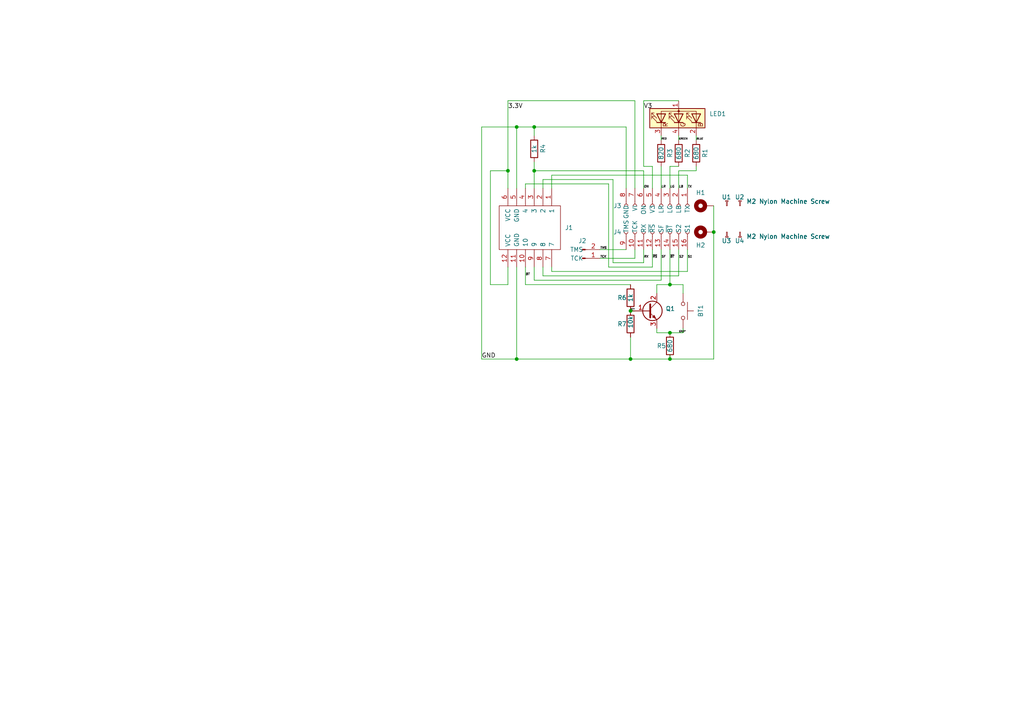
<source format=kicad_sch>
(kicad_sch (version 20230121) (generator eeschema)
  (paper "A4")
  (title_block (title "${PCB-TITLE}") (date "${PCB-YEAR}") (rev "${PCB-VERSION}") (company "${PCB-COMPANY}"))
  (lib_symbols
    (symbol "CME:CME_Widi_Core_1-8" (pin_names (offset 1.016))
      (property "Reference" "J" (at 10.795 0.635 90))
      (property "Value" "CME_Widi_Core_1-8" (at 0 -12.7 0))
      (symbol "CME_Widi_Core_1-8_1_1"
        (arc (start -9.017 0.635) (mid -9.525 1.1408) (end -10.033 0.635) (stroke (width 0.1524)))
        (arc (start -6.477 0.635) (mid -6.985 1.1408) (end -7.493 0.635) (stroke (width 0.1524)))
        (arc (start -3.937 0.635) (mid -4.445 1.1408) (end -4.953 0.635) (stroke (width 0.1524)))
        (arc (start -1.397 0.635) (mid -1.905 1.1408) (end -2.413 0.635) (stroke (width 0.1524)))
        (polyline (pts (xy -9.525 1.905) (xy -9.525 1.143)) (stroke (width 0.1524)))
        (polyline (pts (xy -6.985 1.905) (xy -6.985 1.143)) (stroke (width 0.1524)))
        (polyline (pts (xy -4.445 1.905) (xy -4.445 1.143)) (stroke (width 0.1524)))
        (polyline (pts (xy -1.905 1.905) (xy -1.905 1.143)) (stroke (width 0.1524)))
        (polyline (pts (xy 0.635 1.905) (xy 0.635 1.143)) (stroke (width 0.1524)))
        (polyline (pts (xy 3.175 1.905) (xy 3.175 1.143)) (stroke (width 0.1524)))
        (polyline (pts (xy 5.715 1.905) (xy 5.715 1.143)) (stroke (width 0.1524)))
        (polyline (pts (xy 8.255 1.905) (xy 8.255 1.143)) (stroke (width 0.1524)))
        (arc (start 1.143 0.635) (mid 0.635 1.1408) (end 0.127 0.635) (stroke (width 0.1524)))
        (arc (start 3.683 0.635) (mid 3.175 1.1408) (end 2.667 0.635) (stroke (width 0.1524)))
        (arc (start 6.223 0.635) (mid 5.715 1.1408) (end 5.207 0.635) (stroke (width 0.1524)))
        (arc (start 8.763 0.635) (mid 8.255 1.1408) (end 7.747 0.635) (stroke (width 0.1524)))
        (pin passive line (at 8.255 5.715 270) (length 3.81) (name "TX") (number "1"))
        (pin passive line (at 5.715 5.715 270) (length 3.81) (name "LB") (number "2"))
        (pin passive line (at 3.175 5.715 270) (length 3.81) (name "LG") (number "3"))
        (pin passive line (at 0.635 5.715 270) (length 3.81) (name "LR") (number "4"))
        (pin power_out line (at -1.905 5.715 270) (length 3.81) (name "V3") (number "5"))
        (pin passive line (at -4.445 5.715 270) (length 3.81) (name "ON") (number "6"))
        (pin power_in line (at -6.985 5.715 270) (length 3.81) (name "VI") (number "7"))
        (pin power_in line (at -9.525 5.715 270) (length 3.81) (name "GND") (number "8"))
      )
    )
    (symbol "CME:CME_Widi_Core_9-16" (pin_names (offset 1.016))
      (property "Reference" "J" (at -10.795 0.635 90))
      (property "Value" "CME_Widi_Core_9-16" (at 0 -12.7 0))
      (symbol "CME_Widi_Core_9-16_1_1"
        (arc (start -8.763 0.635) (mid -8.255 0.1292) (end -7.747 0.635) (stroke (width 0.1524)))
        (arc (start -6.223 0.635) (mid -5.715 0.1292) (end -5.207 0.635) (stroke (width 0.1524)))
        (arc (start -3.683 0.635) (mid -3.175 0.1292) (end -2.667 0.635) (stroke (width 0.1524)))
        (arc (start -1.143 0.635) (mid -0.635 0.1292) (end -0.127 0.635) (stroke (width 0.1524)))
        (polyline (pts (xy -8.255 -0.635) (xy -8.255 0.127)) (stroke (width 0.1524)))
        (polyline (pts (xy -5.715 -0.635) (xy -5.715 0.127)) (stroke (width 0.1524)))
        (polyline (pts (xy -3.175 -0.635) (xy -3.175 0.127)) (stroke (width 0.1524)))
        (polyline (pts (xy -0.635 -0.635) (xy -0.635 0.127)) (stroke (width 0.1524)))
        (polyline (pts (xy 1.905 -0.635) (xy 1.905 0.127)) (stroke (width 0.1524)))
        (polyline (pts (xy 4.445 -0.635) (xy 4.445 0.127)) (stroke (width 0.1524)))
        (polyline (pts (xy 6.985 -0.635) (xy 6.985 0.127)) (stroke (width 0.1524)))
        (polyline (pts (xy 9.525 -0.635) (xy 9.525 0.127)) (stroke (width 0.1524)))
        (arc (start 1.397 0.635) (mid 1.905 0.1292) (end 2.413 0.635) (stroke (width 0.1524)))
        (arc (start 3.937 0.635) (mid 4.445 0.1292) (end 4.953 0.635) (stroke (width 0.1524)))
        (arc (start 6.477 0.635) (mid 6.985 0.1292) (end 7.493 0.635) (stroke (width 0.1524)))
        (arc (start 9.017 0.635) (mid 9.525 0.1292) (end 10.033 0.635) (stroke (width 0.1524)))
        (pin passive line (at -5.715 -4.445 90) (length 3.81) (name "TCK") (number "10"))
        (pin passive line (at -3.175 -4.445 90) (length 3.81) (name "RX") (number "11"))
        (pin passive line (at -0.635 -4.445 90) (length 3.81) (name "~{RS}") (number "12"))
        (pin passive line (at 1.905 -4.445 90) (length 3.81) (name "SF") (number "13"))
        (pin passive line (at 4.445 -4.445 90) (length 3.81) (name "~{BT}") (number "14"))
        (pin passive line (at 6.985 -4.445 90) (length 3.81) (name "S2") (number "15"))
        (pin passive line (at 9.525 -4.445 90) (length 3.81) (name "S1") (number "16"))
        (pin passive line (at -8.255 -4.445 90) (length 3.81) (name "TMS") (number "9"))
      )
    )
    (symbol "CME:Machine Screw" (pin_numbers hide) (pin_names (offset 0) hide) (on_board no)
      (property "Reference" "U" (at 0.889 -0.127 0))
      (symbol "Machine Screw_0_1"
        (polyline (pts (xy -1.27 0) (xy -1.27 0.127) (xy 0 0.127) (xy 0 0.381) (xy 0.254 0.381) (xy 0.254 -0.381) (xy 0 -0.381) (xy 0 -0.127) (xy -1.27 -0.127) (xy -1.27 0)))
      )
    )
    (symbol "Connector:Conn_01x02_Pin" (pin_names (offset 1.016))
      (property "Reference" "J2" (at 0.635 3.81 0))
      (symbol "Conn_01x02_Pin_1_1"
        (rectangle (start 0 -2.413) (end 0.8636 -2.667) (stroke (width 0.1524)) (fill (type outline)))
        (polyline (pts (xy 1.27 -2.54) (xy 0.8636 -2.54)) (stroke (width 0.1524)))
        (polyline (pts (xy 1.27 0) (xy 0.8636 0)) (stroke (width 0.1524)))
        (rectangle (start 0.8636 0.127) (end 0 -0.127) (stroke (width 0.1524)) (fill (type outline)))
        (pin passive line (at 5.08 0 180) (length 3.81) (name "TCK") (number "1"))
        (pin passive line (at 5.08 -2.54 180) (length 3.81) (name "TMS") (number "2"))
      )
    )
    (symbol "Device:LED_ABRG" (pin_names (offset 0) hide)
      (property "Reference" "D" (at 0 9.398 0))
      (property "Value" "LED_ABRG" (at 0 -8.89 0))
      (symbol "LED_ABRG_0_0"
        (text "B" (at -1.905 -6.35 0) (effects (font (size 1.27 1.27))))
        (text "G" (at -1.905 -1.27 0) (effects (font (size 1.27 1.27))))
        (text "R" (at -1.905 3.81 0) (effects (font (size 1.27 1.27))))
      )
      (symbol "LED_ABRG_0_1"
        (polyline (pts (xy -1.27 -5.08) (xy -2.54 -5.08)))
        (polyline (pts (xy -1.27 -5.08) (xy 1.27 -5.08)))
        (polyline (pts (xy -1.27 -3.81) (xy -1.27 -6.35)) (stroke (width 0.254)))
        (polyline (pts (xy -1.27 0) (xy -2.54 0)))
        (polyline (pts (xy -1.27 1.27) (xy -1.27 -1.27)) (stroke (width 0.254)))
        (polyline (pts (xy -1.27 5.08) (xy -2.54 5.08)))
        (polyline (pts (xy -1.27 5.08) (xy 1.27 5.08)))
        (polyline (pts (xy -1.27 6.35) (xy -1.27 3.81)) (stroke (width 0.254)))
        (polyline (pts (xy 1.27 0) (xy -1.27 0)))
        (polyline (pts (xy 1.27 0) (xy 2.54 0)))
        (polyline (pts (xy -1.27 1.27) (xy -1.27 -1.27) (xy -1.27 -1.27)))
        (polyline (pts (xy -1.27 6.35) (xy -1.27 3.81) (xy -1.27 3.81)))
        (polyline (pts (xy 1.27 -5.08) (xy 2.032 -5.08) (xy 2.032 5.08) (xy 1.27 5.08)))
        (polyline (pts (xy 1.27 -3.81) (xy 1.27 -6.35) (xy -1.27 -5.08) (xy 1.27 -3.81)) (stroke (width 0.254)))
        (polyline (pts (xy 1.27 1.27) (xy 1.27 -1.27) (xy -1.27 0) (xy 1.27 1.27)) (stroke (width 0.254)))
        (polyline (pts (xy 1.27 6.35) (xy 1.27 3.81) (xy -1.27 5.08) (xy 1.27 6.35)) (stroke (width 0.254)))
        (polyline (pts (xy -1.016 -3.81) (xy 0.508 -2.286) (xy -0.254 -2.286) (xy 0.508 -2.286) (xy 0.508 -3.048)))
        (polyline (pts (xy -1.016 1.27) (xy 0.508 2.794) (xy -0.254 2.794) (xy 0.508 2.794) (xy 0.508 2.032)))
        (polyline (pts (xy -1.016 6.35) (xy 0.508 7.874) (xy -0.254 7.874) (xy 0.508 7.874) (xy 0.508 7.112)))
        (polyline (pts (xy 0 -3.81) (xy 1.524 -2.286) (xy 0.762 -2.286) (xy 1.524 -2.286) (xy 1.524 -3.048)))
        (polyline (pts (xy 0 1.27) (xy 1.524 2.794) (xy 0.762 2.794) (xy 1.524 2.794) (xy 1.524 2.032)))
        (polyline (pts (xy 0 6.35) (xy 1.524 7.874) (xy 0.762 7.874) (xy 1.524 7.874) (xy 1.524 7.112)))
        (rectangle (start 1.27 -1.27) (end 1.27 1.27))
        (rectangle (start 1.27 1.27) (end 1.27 1.27))
        (rectangle (start 1.27 3.81) (end 1.27 6.35))
        (rectangle (start 1.27 6.35) (end 1.27 6.35))
        (circle (center 2.032 0) (radius 0.254) (fill (type outline)))
        (rectangle (start 2.794 8.382) (end -2.794 -7.62) (stroke (width 0.254)) (fill (type background)))
      )
      (symbol "LED_ABRG_1_1"
        (pin passive line (at 5.08 0 180) (length 2.54) (name "A") (number "1"))
        (pin passive line (at -5.08 -5.08 0) (length 2.54) (name "BK") (number "2"))
        (pin passive line (at -5.08 5.08 0) (length 2.54) (name "RK") (number "3"))
        (pin passive line (at -5.08 0 0) (length 2.54) (name "GK") (number "4"))
      )
    )
    (symbol "Device:Q_NPN_BCE" (pin_names (offset 0) hide)
      (property "Reference" "Q" (at 5.08 1.27 0))
      (property "Value" "Q_NPN_BCE" (at 5.08 -1.27 0))
      (symbol "Q_NPN_BCE_0_1"
        (polyline (pts (xy 0.635 0.635) (xy 2.54 2.54)))
        (polyline (pts (xy 0.635 -0.635) (xy 2.54 -2.54) (xy 2.54 -2.54)))
        (polyline (pts (xy 0.635 1.905) (xy 0.635 -1.905) (xy 0.635 -1.905)) (stroke (width 0.508)))
        (polyline (pts (xy 1.27 -1.778) (xy 1.778 -1.27) (xy 2.286 -2.286) (xy 1.27 -1.778) (xy 1.27 -1.778)) (fill (type outline)))
        (circle (center 1.27 0) (radius 2.8194) (stroke (width 0.254)))
      )
      (symbol "Q_NPN_BCE_1_1"
        (pin input line (at -5.08 0 0) (length 5.715) (name "B") (number "1"))
        (pin passive line (at 2.54 5.08 270) (length 2.54) (name "C") (number "2"))
        (pin passive line (at 2.54 -5.08 90) (length 2.54) (name "E") (number "3"))
      )
    )
    (symbol "Device:R" (pin_numbers hide) (pin_names (offset 0))
      (property "Reference" "R" (at 2.032 0 90))
      (property "Value" "R" (at 0 0 90))
      (symbol "R_0_1"
        (rectangle (start -1.016 -2.54) (end 1.016 2.54) (stroke (width 0.254)))
      )
      (symbol "R_1_1"
        (pin passive line (at 0 3.81 270) (length 1.27) (name "~") (number "1"))
        (pin passive line (at 0 -3.81 90) (length 1.27) (name "~") (number "2"))
      )
    )
    (symbol "Digilent:PMOD (12 Pin)" (pin_names (offset 0.762))
      (property "Reference" "J" (at 19.05 7.62 0))
      (property "Value" "PMOD (12 Pin)" (at 19.05 5.08 0))
      (symbol "PMOD (12 Pin)_0_0"
        (pin passive line (at 0 0 0) (length 5.08) (name "1") (number "1"))
        (pin passive line (at 22.86 -7.62 180) (length 5.08) (name "10") (number "10"))
        (pin passive line (at 22.86 -10.16 180) (length 5.08) (name "GND") (number "11"))
        (pin passive line (at 22.86 -12.7 180) (length 5.08) (name "VCC") (number "12"))
        (pin passive line (at 0 -2.54 0) (length 5.08) (name "2") (number "2"))
        (pin passive line (at 0 -5.08 0) (length 5.08) (name "3") (number "3"))
        (pin passive line (at 0 -7.62 0) (length 5.08) (name "4") (number "4"))
        (pin power_out line (at 0 -10.16 0) (length 5.08) (name "GND") (number "5"))
        (pin power_out line (at 0 -12.7 0) (length 5.08) (name "VCC") (number "6"))
        (pin passive line (at 22.86 0 180) (length 5.08) (name "7") (number "7"))
        (pin passive line (at 22.86 -2.54 180) (length 5.08) (name "8") (number "8"))
        (pin passive line (at 22.86 -5.08 180) (length 5.08) (name "9") (number "9"))
      )
      (symbol "PMOD (12 Pin)_0_1"
        (polyline (pts (xy 5.08 2.54) (xy 17.78 2.54) (xy 17.78 -15.24) (xy 5.08 -15.24) (xy 5.08 2.54)) (stroke (width 0.1524)))
      )
    )
    (symbol "Mechanical:MountingHole_Pad" (pin_numbers hide) (pin_names (offset 1.016) hide)
      (property "Reference" "H" (at 0 6.35 0))
      (property "Value" "MountingHole_Pad" (at 0 4.445 0))
      (symbol "MountingHole_Pad_0_1"
        (circle (center 0 1.27) (radius 1.27) (stroke (width 1.27)))
      )
      (symbol "MountingHole_Pad_1_1"
        (pin input line (at 0 -2.54 90) (length 2.54) (name "1") (number "1"))
      )
    )
    (symbol "Switch:SW_Push" (pin_numbers hide) (pin_names (offset 1.016) hide)
      (property "Reference" "SW" (at 1.27 2.54 0))
      (property "Value" "SW_Push" (at 0 -1.524 0))
      (symbol "SW_Push_0_1"
        (circle (center -2.032 0) (radius 0.508))
        (polyline (pts (xy 0 1.27) (xy 0 3.048)))
        (polyline (pts (xy 2.54 1.27) (xy -2.54 1.27)))
        (circle (center 2.032 0) (radius 0.508))
        (pin passive line (at -5.08 0 0) (length 2.54) (name "1") (number "1"))
        (pin passive line (at 5.08 0 180) (length 2.54) (name "2") (number "2"))
      )
    )
  )
  (junction (at 154.94 49.53))
  (junction (at 207.01 67.31))
  (junction (at 149.86 36.83))
  (junction (at 182.88 104.14))
  (junction (at 194.31 82.55))
  (junction (at 194.31 96.52))
  (junction (at 194.31 104.14))
  (junction (at 149.86 104.14))
  (junction (at 147.32 49.53))
  (junction (at 182.88 90.17))
  (junction (at 154.94 36.83))
  (wire (pts (xy 154.94 77.47) (xy 154.94 81.28)))
  (wire (pts (xy 190.5 82.55) (xy 194.31 82.55)))
  (wire (pts (xy 152.4 53.34) (xy 176.53 53.34)))
  (wire (pts (xy 154.94 81.28) (xy 191.77 81.28)))
  (wire (pts (xy 160.02 78.74) (xy 160.02 77.47)))
  (wire (pts (xy 190.5 82.55) (xy 190.5 85.09)))
  (wire (pts (xy 160.02 54.61) (xy 160.02 50.8)))
  (wire (pts (xy 186.69 29.21) (xy 196.85 29.21)))
  (wire (pts (xy 147.32 29.21) (xy 184.15 29.21)))
  (wire (pts (xy 147.32 82.55) (xy 142.24 82.55)))
  (wire (pts (xy 154.94 54.61) (xy 154.94 49.53)))
  (wire (pts (xy 149.86 36.83) (xy 139.7 36.83)))
  (wire (pts (xy 191.77 48.26) (xy 191.77 54.61)))
  (wire (pts (xy 189.23 54.61) (xy 189.23 48.26)))
  (wire (pts (xy 139.7 104.14) (xy 149.86 104.14)))
  (wire (pts (xy 190.5 96.52) (xy 190.5 95.25)))
  (wire (pts (xy 149.86 104.14) (xy 182.88 104.14)))
  (wire (pts (xy 207.01 59.69) (xy 207.01 67.31)))
  (wire (pts (xy 182.88 104.14) (xy 194.31 104.14)))
  (wire (pts (xy 152.4 82.55) (xy 182.88 82.55)))
  (wire (pts (xy 142.24 82.55) (xy 142.24 49.53)))
  (wire (pts (xy 194.31 82.55) (xy 198.12 82.55)))
  (wire (pts (xy 194.31 102.87) (xy 194.31 104.14)))
  (wire (pts (xy 139.7 36.83) (xy 139.7 104.14)))
  (wire (pts (xy 196.85 54.61) (xy 196.85 49.53)))
  (wire (pts (xy 199.39 78.74) (xy 199.39 72.39)))
  (wire (pts (xy 189.23 48.26) (xy 186.69 48.26)))
  (wire (pts (xy 201.93 39.37) (xy 201.93 40.64)))
  (wire (pts (xy 194.31 48.26) (xy 194.31 54.61)))
  (wire (pts (xy 147.32 54.61) (xy 147.32 49.53)))
  (wire (pts (xy 196.85 80.01) (xy 196.85 72.39)))
  (wire (pts (xy 184.15 74.93) (xy 184.15 72.39)))
  (wire (pts (xy 201.93 49.53) (xy 201.93 48.26)))
  (wire (pts (xy 152.4 77.47) (xy 152.4 82.55)))
  (wire (pts (xy 191.77 39.37) (xy 191.77 40.64)))
  (wire (pts (xy 196.85 39.37) (xy 196.85 40.64)))
  (wire (pts (xy 196.85 49.53) (xy 201.93 49.53)))
  (wire (pts (xy 149.86 36.83) (xy 149.86 54.61)))
  (wire (pts (xy 173.99 72.39) (xy 181.61 72.39)))
  (wire (pts (xy 157.48 54.61) (xy 157.48 52.07)))
  (wire (pts (xy 154.94 46.99) (xy 154.94 49.53)))
  (wire (pts (xy 157.48 77.47) (xy 157.48 80.01)))
  (wire (pts (xy 154.94 36.83) (xy 181.61 36.83)))
  (wire (pts (xy 160.02 50.8) (xy 199.39 50.8)))
  (wire (pts (xy 152.4 53.34) (xy 152.4 54.61)))
  (wire (pts (xy 190.5 96.52) (xy 194.31 96.52)))
  (wire (pts (xy 194.31 48.26) (xy 196.85 48.26)))
  (wire (pts (xy 154.94 36.83) (xy 154.94 39.37)))
  (wire (pts (xy 194.31 72.39) (xy 194.31 82.55)))
  (wire (pts (xy 189.23 77.47) (xy 189.23 72.39)))
  (wire (pts (xy 207.01 104.14) (xy 194.31 104.14)))
  (wire (pts (xy 182.88 97.79) (xy 182.88 104.14)))
  (wire (pts (xy 157.48 52.07) (xy 177.8 52.07)))
  (wire (pts (xy 160.02 78.74) (xy 199.39 78.74)))
  (wire (pts (xy 207.01 67.31) (xy 207.01 104.14)))
  (wire (pts (xy 157.48 80.01) (xy 196.85 80.01)))
  (wire (pts (xy 181.61 36.83) (xy 181.61 54.61)))
  (wire (pts (xy 186.69 29.21) (xy 186.69 48.26)))
  (wire (pts (xy 177.8 52.07) (xy 177.8 76.2)))
  (wire (pts (xy 154.94 49.53) (xy 186.69 49.53)))
  (wire (pts (xy 198.12 82.55) (xy 198.12 85.09)))
  (wire (pts (xy 176.53 77.47) (xy 189.23 77.47)))
  (wire (pts (xy 149.86 36.83) (xy 154.94 36.83)))
  (wire (pts (xy 177.8 76.2) (xy 186.69 76.2)))
  (wire (pts (xy 176.53 53.34) (xy 176.53 77.47)))
  (wire (pts (xy 184.15 90.17) (xy 182.88 90.17)))
  (wire (pts (xy 194.31 96.52) (xy 198.12 96.52)))
  (wire (pts (xy 147.32 77.47) (xy 147.32 82.55)))
  (wire (pts (xy 147.32 49.53) (xy 147.32 29.21)))
  (wire (pts (xy 173.99 74.93) (xy 184.15 74.93)))
  (wire (pts (xy 186.69 76.2) (xy 186.69 72.39)))
  (wire (pts (xy 198.12 96.52) (xy 198.12 95.25)))
  (wire (pts (xy 199.39 50.8) (xy 199.39 54.61)))
  (wire (pts (xy 186.69 49.53) (xy 186.69 54.61)))
  (wire (pts (xy 142.24 49.53) (xy 147.32 49.53)))
  (wire (pts (xy 149.86 77.47) (xy 149.86 104.14)))
  (wire (pts (xy 184.15 29.21) (xy 184.15 54.61)))
  (wire (pts (xy 191.77 81.28) (xy 191.77 72.39)))
  (label "BLUE" (at 201.93 40.64 0) (effects (font (size 0.508 0.508) italic)))
  (label "BT*" (at 184.15 90.17 180) (effects (font (size 0.508 0.508) italic)))
  (label "3.3V" (at 147.32 31.75 0))
  (label "TCK" (at 173.99 74.93 0) (effects (font (size 0.635 0.635) italic)))
  (label "S1" (at 199.39 74.93 0) (effects (font (size 0.635 0.635) italic)))
  (label "S2" (at 196.85 74.93 0) (effects (font (size 0.635 0.635) italic)))
  (label "ON" (at 186.69 54.61 0) (effects (font (size 0.635 0.635) italic)))
  (label "GND*" (at 196.85 96.52 0) (effects (font (size 0.508 0.508) italic)))
  (label "GREEN" (at 196.85 40.64 0) (effects (font (size 0.508 0.508) italic)))
  (label "~{RS}" (at 189.23 74.93 0) (effects (font (size 0.635 0.635) italic)))
  (label "TMS" (at 173.99 72.39 0) (effects (font (size 0.635 0.635) italic)))
  (label "BT" (at 152.4 80.01 0) (effects (font (size 0.635 0.635) italic)))
  (label "LB" (at 196.85 54.61 0) (effects (font (size 0.635 0.635) italic)))
  (label "GND" (at 139.7 104.14 0))
  (label "TX" (at 199.39 54.61 0) (effects (font (size 0.635 0.635) italic)))
  (label "LG" (at 194.31 54.61 0) (effects (font (size 0.635 0.635) italic)))
  (label "LR" (at 191.77 54.61 0) (effects (font (size 0.635 0.635) italic)))
  (label "RX" (at 186.69 74.93 0) (effects (font (size 0.635 0.635) italic)))
  (label "V3" (at 186.69 31.75 0))
  (label "~{BT}" (at 194.31 74.93 0) (effects (font (size 0.635 0.635) italic)))
  (label "SF" (at 191.77 74.93 0) (effects (font (size 0.635 0.635) italic)))
  (label "RED" (at 191.77 40.64 0) (effects (font (size 0.508 0.508) italic)))
  (symbol (lib_id "CME:Machine Screw") (at 210.82 68.58 90) (mirror x) (unit 1) (on_board no)
    (property "Reference" "U3" (at 212.09 69.85 90) (effects (justify left)))
    (property "Value" "M2 Nylon Machine Screw" (at 228.6 68.58 90))
    (property "Datasheet" "https://www.essentracomponents.com/en-us/p/nylon-cheese-head-screws/50m020040d004" (effects hide))
    (property "MPN" "50M020040D004" (effects hide))
    (property "Manufacturer" "Essentra" (effects hide))
    (property "Notes" "Optional: M2 4mm nylon pan head machine screw" (effects hide))
  )
  (symbol (lib_id "Device:LED_ABRG") (at 196.85 34.29 90) (unit 1)
    (property "Reference" "LED1" (at 205.74 33.02 90) (effects (justify right)))
    (property "Value" "LED_ABRG" (effects hide))
    (property "Footprint" "LED_SMD:LED_RGB_Wuerth-PLCC4_3.2x2.8mm_150141M173100" (effects hide))
    (property "Datasheet" "https://www.we-online.com/components/products/datasheet/150141M173100.pdf" (effects hide))
    (property "MPN" "150141M173100" (effects hide))
    (property "Manufacturer" "Würth Elektronik" (effects hide))
    (property "Notes" "3528 SMD Common Anode RGB LED (Parity Pin 1 - Red Cathode)" (effects hide))
  )
  (symbol (lib_id "Digilent:PMOD (12 Pin)") (at 160.02 54.61 270) (unit 1)
    (property "Reference" "J1" (at 163.83 66.04 90) (effects (justify left)))
    (property "Value" "PMOD (12 Pin)" (effects hide))
    (property "Footprint" "Digilent:PMOD (12 Pin)" (effects hide))
    (property "Datasheet" "https://suddendocs.samtec.com/catalog_english/tsw_th.pdf" (effects hide))
    (property "MPN" "TSW-106-08-L-D-RA" (effects hide))
    (property "Manufacturer" "Samtec" (effects hide))
    (property "Notes" "2x6 0.1 Inch pitch right-angle pin header" (effects hide))
  )
  (symbol (lib_id "Device:Q_NPN_BCE") (at 187.96 90.17 0) (unit 1)
    (property "Reference" "Q1" (at 193.04 89.535 0) (effects (justify left)))
    (property "Value" "Q_NPN_BCE" (effects hide))
    (property "Footprint" "Package_TO_SOT_SMD:SOT-23-3" (effects hide))
    (property "Datasheet" "https://www.st.com/resource/en/datasheet/2str2160.pdf" (effects hide))
    (property "MPN" "2STR2160" (effects hide))
    (property "Manufacturer" "STMicroelectronics" (effects hide))
    (property "Notes" "SOT-23 3 SMD NPN Transistor (Pin order: BCE)" (effects hide))
  )
  (symbol (lib_id "CME:Machine Screw") (at 214.63 68.58 90) (mirror x) (unit 1) (on_board no)
    (property "Reference" "U4" (at 215.9 69.85 90) (effects (justify left)))
    (property "Value" "M2 Nylon Machine Screw" (at 228.6 68.58 90))
    (property "Datasheet" "https://www.essentracomponents.com/en-us/p/nylon-cheese-head-screws/50m020040d004" (effects hide))
    (property "MPN" "50M020040D004" (effects hide))
    (property "Manufacturer" "Essentra" (effects hide))
    (property "Notes" "Optional: M2 4mm nylon pan head machine screw" (effects hide))
  )
  (symbol (lib_id "Device:R") (at 182.88 93.98 0) (unit 1)
    (property "Reference" "R7" (at 179.07 93.98 0) (effects (justify left)))
    (property "Value" "10k" (at 182.88 95.25 90) (effects (justify left)))
    (property "Footprint" "Resistor_SMD:R_0805_2012Metric_Pad1.20x1.40mm_HandSolder" (effects hide))
    (property "MPN" "10k ohm 0805 SMD Resistor" (effects hide))
  )
  (symbol (lib_id "CME:CME_Widi_Core_1-8") (at 191.135 60.325 0) (unit 1)
    (property "Reference" "J3" (at 179.07 59.69 0))
    (property "Value" "CME_Widi_Core_1-8" (effects hide))
    (property "Footprint" "CME:CME Widi Core Socket Pins 1 - 8" (effects hide))
    (property "Datasheet" "https://suddendocs.samtec.com/catalog_english/ssw_th.pdf" (effects hide))
    (property "MPN" "SSW-108-01-L-S" (effects hide))
    (property "Manufacturer" "Samtec" (effects hide))
    (property "Notes" "1x8 0.1 Inch pitch pin header socket; . For insertion of pins 1-8 of [CME Widi Core module](https://www.cme-pro.com/wp-content/uploads/2022/10/widiCore-Doc-v1.3.pdf)." (effects hide))
  )
  (symbol (lib_id "Switch:SW_Push") (at 198.12 90.17 270) (unit 1)
    (property "Reference" "BT1" (at 203.2 90.17 0))
    (property "Value" "SW_Push" (effects hide))
    (property "Footprint" "Button_Switch_THT:SW_PUSH_6mm" (effects hide))
    (property "Datasheet" "https://www.mouser.co.uk/datasheet/2/670/ts02-2586188.pdf" (effects hide))
    (property "MPN" "TS02-66-60-BK-160-LCR-D" (effects hide))
    (property "Manufacturer" "CUI" (effects hide))
    (property "Notes" "6mm momentarily closed tactile button switch" (effects hide))
  )
  (symbol (lib_id "Device:R") (at 196.85 44.45 0) (unit 1)
    (property "Reference" "R2" (at 199.39 44.45 90))
    (property "Value" "680" (at 196.85 44.45 90))
    (property "Footprint" "Resistor_SMD:R_0805_2012Metric_Pad1.20x1.40mm_HandSolder" (effects hide))
    (property "MPN" "680 ohm 0805 SMD Resistor" (effects hide))
  )
  (symbol (lib_id "Device:R") (at 194.31 100.33 180) (unit 1)
    (property "Reference" "R5" (at 190.5 100.33 0) (effects (justify right)))
    (property "Value" "680" (at 194.31 100.33 90))
    (property "Footprint" "Resistor_SMD:R_0805_2012Metric_Pad1.20x1.40mm_HandSolder" (effects hide))
    (property "MPN" "680 ohm 0805 SMD Resistor" (effects hide))
  )
  (symbol (lib_id "Mechanical:MountingHole_Pad") (at 204.47 59.69 90) (unit 1)
    (property "Reference" "H1" (at 203.2 55.88 90))
    (property "Value" "MountingHole_Pad" (effects hide))
    (property "Footprint" "CME:Standoff Spacer" (effects hide))
    (property "Datasheet" "https://www.we-online.com/components/products/datasheet/970100244.pdf" (effects hide))
    (property "MPN" "970100244" (effects hide))
    (property "Manufacturer" "Würth Elektronik" (effects hide))
    (property "Notes" "Optional: 10mm M2 female to female standoff spacer, " (effects hide))
  )
  (symbol (lib_id "Device:R") (at 182.88 86.36 180) (unit 1)
    (property "Reference" "R6" (at 179.07 86.36 0) (effects (justify right)))
    (property "Value" "1k" (at 182.88 87.63 90) (effects (justify right)))
    (property "Footprint" "Resistor_SMD:R_0805_2012Metric_Pad1.20x1.40mm_HandSolder" (effects hide))
    (property "MPN" "1k ohm 0805 SMD Resistor" (effects hide))
  )
  (symbol (lib_id "CME:Machine Screw") (at 214.63 58.42 90) (unit 1) (on_board no)
    (property "Reference" "U2" (at 215.9 57.15 90) (effects (justify left)))
    (property "Value" "M2 Nylon Machine Screw" (at 228.6 58.42 90))
    (property "Datasheet" "https://www.essentracomponents.com/en-us/p/nylon-cheese-head-screws/50m020040d004" (effects hide))
    (property "MPN" "50M020040D004" (effects hide))
    (property "Manufacturer" "Essentra" (effects hide))
    (property "Notes" "Optional: M2 4mm nylon pan head machine screw" (effects hide))
  )
  (symbol (lib_id "Connector:Conn_01x02_Pin") (at 168.91 74.93 0) (mirror x) (unit 1)
    (property "Reference" "J2" (at 168.91 69.85 0))
    (property "Value" "Conn_01x02_Pin" (effects hide))
    (property "Footprint" "Connector_PinHeader_1.27mm:PinHeader_1x02_P1.27mm_Vertical" (effects hide))
    (property "Datasheet" "https://www.mill-max.com/catalog/download/2017-11:034.pdf" (effects hide))
    (property "MPN" "852-10-002-10-001000" (effects hide))
    (property "Manufacturer" "Mill-Max" (effects hide))
    (property "Notes" "Optional: 1x2 0.05 Inch pitch pin header" (effects hide))
  )
  (symbol (lib_id "Mechanical:MountingHole_Pad") (at 204.47 67.31 90) (mirror x) (unit 1)
    (property "Reference" "H2" (at 203.2 71.12 90))
    (property "Value" "MountingHole_Pad" (effects hide))
    (property "Footprint" "CME:Standoff Spacer" (effects hide))
    (property "Datasheet" "https://www.we-online.com/components/products/datasheet/970100244.pdf" (effects hide))
    (property "MPN" "970100244" (effects hide))
    (property "Manufacturer" "Würth Elektronik" (effects hide))
    (property "Notes" "Optional: 10mm M2 female to female standoff spacer, " (effects hide))
  )
  (symbol (lib_id "CME:CME_Widi_Core_9-16") (at 189.865 67.945 0) (unit 1)
    (property "Reference" "J4" (at 179.07 67.31 0))
    (property "Value" "CME_Widi_Core_9-16" (effects hide))
    (property "Footprint" "CME:CME Widi Core Socket Pins 9 - 16" (effects hide))
    (property "Datasheet" "https://suddendocs.samtec.com/catalog_english/ssw_th.pdf" (effects hide))
    (property "MPN" "SSW-108-01-L-S" (effects hide))
    (property "Manufacturer" "Samtec" (effects hide))
    (property "Notes" "1x8 0.1 Inch pitch pin header socket; . For insertion of pins 9-16 of [CME Widi Core module](https://www.cme-pro.com/wp-content/uploads/2022/10/widiCore-Doc-v1.3.pdf)." (effects hide))
  )
  (symbol (lib_id "Device:R") (at 191.77 44.45 0) (unit 1)
    (property "Reference" "R3" (at 194.31 44.45 90))
    (property "Value" "820" (at 191.77 44.45 90))
    (property "Footprint" "Resistor_SMD:R_0805_2012Metric_Pad1.20x1.40mm_HandSolder" (effects hide))
    (property "MPN" "820 ohm 0805 SMD Resistor" (effects hide))
  )
  (symbol (lib_id "Device:R") (at 154.94 43.18 0) (unit 1)
    (property "Reference" "R4" (at 157.48 44.45 90) (effects (justify left)))
    (property "Value" "1k" (at 154.94 44.45 90) (effects (justify left)))
    (property "Footprint" "Resistor_SMD:R_0805_2012Metric_Pad1.20x1.40mm_HandSolder" (effects hide))
    (property "MPN" "1k ohm 0805 SMD Resistor" (effects hide))
  )
  (symbol (lib_id "CME:Machine Screw") (at 210.82 58.42 90) (unit 1) (on_board no)
    (property "Reference" "U1" (at 212.09 57.15 90) (effects (justify left)))
    (property "Value" "M2 Nylon Machine Screw" (at 228.6 58.42 90))
    (property "Datasheet" "https://www.essentracomponents.com/en-us/p/nylon-cheese-head-screws/50m020040d004" (effects hide))
    (property "MPN" "50M020040D004" (effects hide))
    (property "Manufacturer" "Essentra" (effects hide))
    (property "Notes" "Optional: M2 4mm nylon pan head machine screw" (effects hide))
  )
  (symbol (lib_id "Device:R") (at 201.93 44.45 0) (unit 1)
    (property "Reference" "R1" (at 204.47 44.45 90))
    (property "Value" "680" (at 201.93 44.45 90))
    (property "Footprint" "Resistor_SMD:R_0805_2012Metric_Pad1.20x1.40mm_HandSolder" (effects hide))
    (property "MPN" "680 ohm 0805 SMD Resistor" (effects hide))
  )
)
</source>
